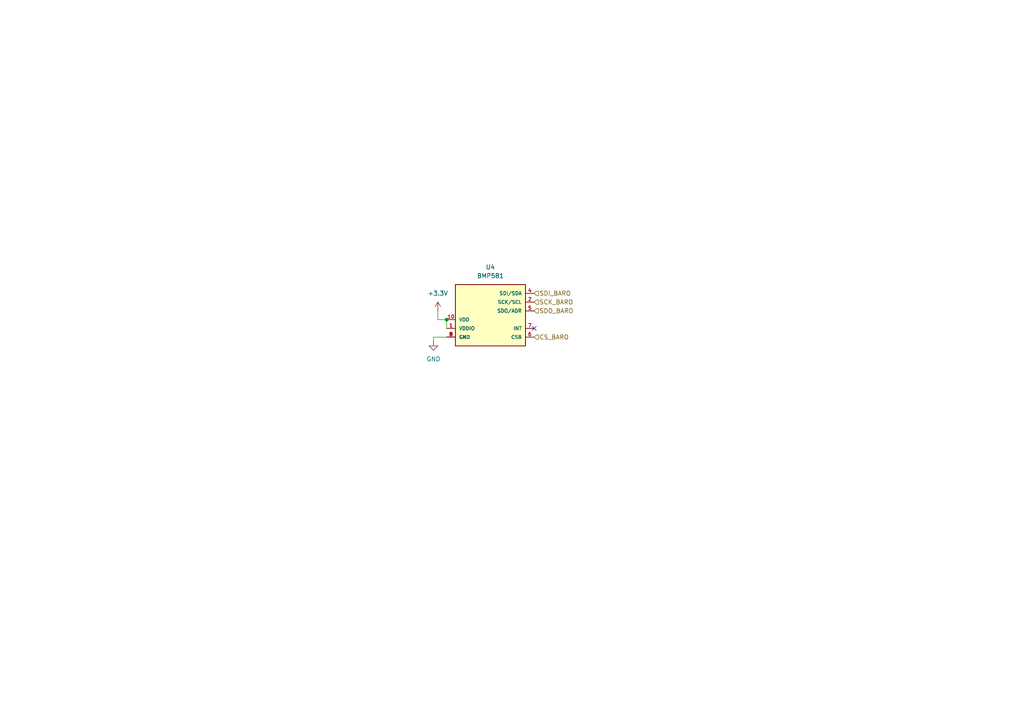
<source format=kicad_sch>
(kicad_sch (version 20250114) (generator "eeschema") (generator_version "9.0")
  (paper "A4")
  (lib_symbols
    (symbol "BMP581:BMP581" (pin_names (offset 1.016))
      (property "Reference" "U" (at -10.16 10.414 0))
      (property "Value" "BMP581" (at -10.16 -10.16 0))
      (symbol "BMP581_0_0"
        (rectangle (start -10.16 -7.62) (end 10.16 10.16) (stroke (width 0.254)) (fill (type background)))
        (pin power_in line (at -12.7 0 0) (length 2.54) (name "VDD") (number "10"))
        (pin power_in line (at -12.7 -2.54 0) (length 2.54) (name "VDDIO") (number "1"))
        (pin power_in line (at -12.7 -5.08 0) (length 2.54) (name "GND") (number "3"))
        (pin power_in line (at -12.7 -5.08 0) (length 2.54) (name "GND") (number "8"))
        (pin power_in line (at -12.7 -5.08 0) (length 2.54) (name "GND") (number "9"))
        (pin bidirectional line (at 12.7 7.62 180) (length 2.54) (name "SDI/SDA") (number "4"))
        (pin bidirectional line (at 12.7 5.08 180) (length 2.54) (name "SCK/SCL") (number "2"))
        (pin bidirectional line (at 12.7 2.54 180) (length 2.54) (name "SDO/ADR") (number "5"))
        (pin output line (at 12.7 -2.54 180) (length 2.54) (name "INT") (number "7"))
        (pin input line (at 12.7 -5.08 180) (length 2.54) (name "CSB") (number "6"))
      )
    )
    (symbol "power:+3.3V" (power) (pin_numbers (hide yes)) (pin_names (offset 0) (hide yes))
      (property "Value" "+3.3V" (at 0 3.556 0))
      (symbol "+3.3V_0_1"
        (polyline (pts (xy -0.762 1.27) (xy 0 2.54)))
        (polyline (pts (xy 0 2.54) (xy 0.762 1.27)))
        (polyline (pts (xy 0 0) (xy 0 2.54)))
      )
      (symbol "+3.3V_1_1"
        (pin power_in line (at 0 0 90) (length 0) (name "~") (number "1"))
      )
    )
    (symbol "power:GND" (power) (pin_numbers (hide yes)) (pin_names (offset 0) (hide yes))
      (property "Value" "GND" (at 0 -3.81 0))
      (symbol "GND_0_1"
        (polyline (pts (xy 0 0) (xy 0 -1.27) (xy 1.27 -1.27) (xy 0 -2.54) (xy -1.27 -1.27) (xy 0 -1.27)))
      )
      (symbol "GND_1_1"
        (pin power_in line (at 0 0 270) (length 0) (name "~") (number "1"))
      )
    )
  )
  (junction (at 129.54 92.71))
  (no_connect (at 154.94 95.25))
  (wire (pts (xy 129.54 92.71) (xy 129.54 95.25)))
  (wire (pts (xy 127 92.71) (xy 129.54 92.71)))
  (wire (pts (xy 129.54 97.79) (xy 125.73 97.79)))
  (wire (pts (xy 127 90.17) (xy 127 92.71)))
  (wire (pts (xy 125.73 97.79) (xy 125.73 99.06)))
  (hierarchical_label "SCK_BARO" (shape input) (at 154.94 87.63 0))
  (hierarchical_label "CS_BARO" (shape input) (at 154.94 97.79 0))
  (hierarchical_label "SDI_BARO" (shape input) (at 154.94 85.09 0))
  (hierarchical_label "SDO_BARO" (shape input) (at 154.94 90.17 0))
  (symbol (lib_id "power:GND") (at 125.73 99.06 0) (unit 1)
    (property "Reference" "#PWR032" (effects (hide yes)))
    (property "Value" "GND" (at 125.73 104.14 0))
    (property "Description" "Power symbol creates a global label with name \"GND\" , ground" (effects (hide yes)))
  )
  (symbol (lib_id "BMP581:BMP581") (at 142.24 92.71 0) (unit 1)
    (property "Reference" "U4" (at 142.24 77.47 0))
    (property "Value" "BMP581" (at 142.24 80.01 0))
    (property "Footprint" "BMP581:BMP581" (effects (hide yes)))
    (property "MF" "Bosch" (effects (hide yes)))
    (property "Description_1" "\n                        \n                            Very small, low-power and low noise 24-bit absolute barometric pressure sensor. This digital, high-performance sensor is ideally suited for a wide range of altitude tracking applications and offers outstanding design flexibility\n                        \n" (effects (hide yes)))
    (property "Package" "None" (effects (hide yes)))
    (property "Price" "None" (effects (hide yes)))
    (property "PROD_ID" "IC-16798" (effects (hide yes)))
    (property "SnapEDA_Link" "https://www.snapeda.com/parts/BMP581/Bosch/view-part/?ref=snap" (effects (hide yes)))
    (property "MP" "BMP581" (effects (hide yes)))
    (property "Availability" "In Stock" (effects (hide yes)))
    (property "Check_prices" "https://www.snapeda.com/parts/BMP581/Bosch/view-part/?ref=eda" (effects (hide yes)))
  )
  (symbol (lib_id "power:+3.3V") (at 127 90.17 0) (unit 1)
    (property "Reference" "#PWR031" (effects (hide yes)))
    (property "Value" "+3.3V" (at 127 85.09 0))
    (property "Description" "Power symbol creates a global label with name \"+3.3V\"" (effects (hide yes)))
  )
)
</source>
